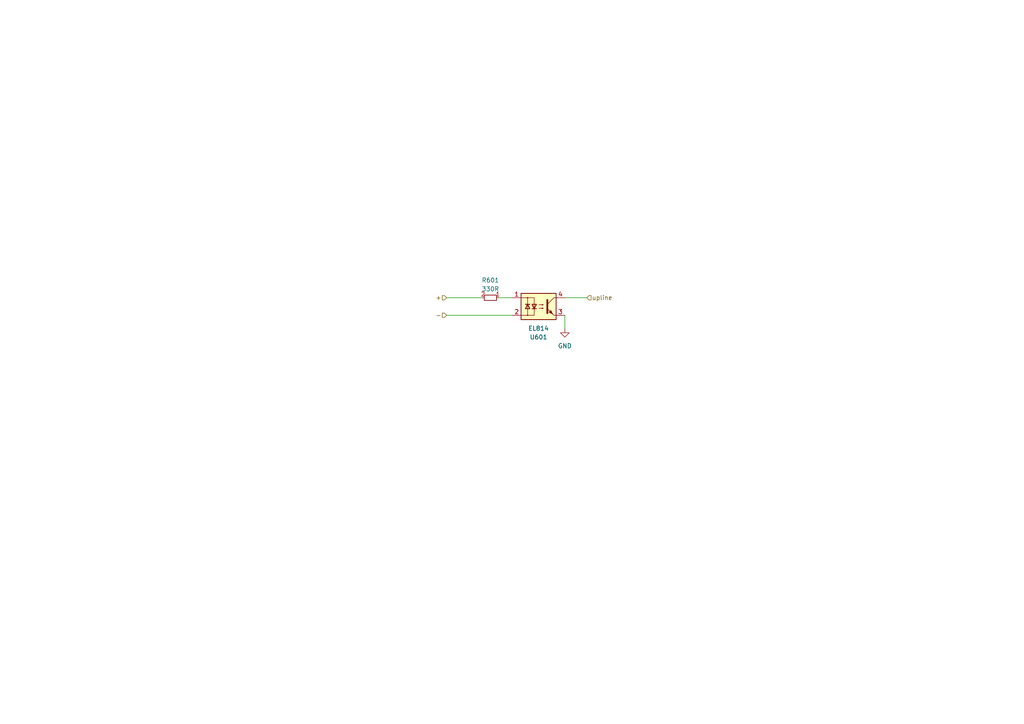
<source format=kicad_sch>
(kicad_sch (version 20230121) (generator eeschema)
  (paper "A4")
  (lib_symbols
    (symbol "custom_kicad_lib_sk:EL814S" (pin_names (offset 1.016))
      (property "Reference" "U" (at -5.334 4.826 0))
      (property "Value" "EL814" (at 0 5.08 0))
      (symbol "EL814S_0_1"
        (rectangle (start -5.08 3.81) (end 5.08 -3.81) (stroke (width 0.254)) (fill (type background)))
        (circle (center -3.175 -2.54) (radius 0.127))
        (circle (center -3.175 2.54) (radius 0.127))
        (polyline (pts (xy -3.81 0.635) (xy -2.54 0.635)) (stroke (width 0.254)))
        (polyline (pts (xy -3.175 -0.635) (xy -3.175 -2.54)))
        (polyline (pts (xy -3.175 0.635) (xy -3.175 -0.635)))
        (polyline (pts (xy -3.175 0.635) (xy -3.175 2.54)))
        (polyline (pts (xy -1.905 -0.635) (xy -0.635 -0.635)) (stroke (width 0.254)))
        (polyline (pts (xy -1.27 0.635) (xy -1.27 -0.635)))
        (polyline (pts (xy 2.54 0.635) (xy 4.445 2.54)))
        (polyline (pts (xy 4.445 -2.54) (xy 2.54 -0.635)) (fill (type outline)))
        (polyline (pts (xy 4.445 -2.54) (xy 5.08 -2.54)))
        (polyline (pts (xy 4.445 2.54) (xy 5.08 2.54)))
        (polyline (pts (xy -5.08 2.54) (xy -1.27 2.54) (xy -1.27 0.635)))
        (polyline (pts (xy -1.27 -0.635) (xy -1.27 -2.54) (xy -5.08 -2.54)))
        (polyline (pts (xy 2.54 1.905) (xy 2.54 -1.905) (xy 2.54 -1.905)) (stroke (width 0.508)))
        (polyline (pts (xy -3.175 0.635) (xy -3.81 -0.635) (xy -2.54 -0.635) (xy -3.175 0.635)) (stroke (width 0.254)))
        (polyline (pts (xy -1.27 -0.635) (xy -1.905 0.635) (xy -0.635 0.635) (xy -1.27 -0.635)) (stroke (width 0.254)))
        (polyline (pts (xy 0.127 -0.508) (xy 1.397 -0.508) (xy 1.016 -0.635) (xy 1.016 -0.381) (xy 1.397 -0.508)))
        (polyline (pts (xy 0.127 0.508) (xy 1.397 0.508) (xy 1.016 0.381) (xy 1.016 0.635) (xy 1.397 0.508)))
        (polyline (pts (xy 3.048 -1.651) (xy 3.556 -1.143) (xy 4.064 -2.159) (xy 3.048 -1.651) (xy 3.048 -1.651)) (fill (type outline)))
      )
      (symbol "EL814S_1_1"
        (pin passive line (at -7.62 2.54 0) (length 2.54) (name "~") (number "1"))
        (pin passive line (at -7.62 -2.54 0) (length 2.54) (name "~") (number "2"))
        (pin passive line (at 7.62 -2.54 180) (length 2.54) (name "~") (number "3"))
        (pin passive line (at 7.62 2.54 180) (length 2.54) (name "~") (number "4"))
      )
    )
    (symbol "power:GND" (power) (pin_names (offset 0))
      (property "Value" "GND" (at 0 -3.81 0))
      (symbol "GND_0_1"
        (polyline (pts (xy 0 0) (xy 0 -1.27) (xy 1.27 -1.27) (xy 0 -2.54) (xy -1.27 -1.27) (xy 0 -1.27)))
      )
      (symbol "GND_1_1"
        (pin power_in line (at 0 0 270) (length 0) hide (name "GND") (number "1"))
      )
    )
    (symbol "resistors_0603:R_330R_0603"
      (property "Reference" "R" (at 1.27 2.54 0))
      (property "Value" "330R" (at 2.54 -2.54 0))
      (symbol "R_330R_0603_0_1"
        (rectangle (start -0.762 1.778) (end 0.762 -1.778) (stroke (width 0.2032)))
      )
      (symbol "R_330R_0603_1_1"
        (pin passive line (at 0 2.54 270) (length 0.762) (name "~") (number "1"))
        (pin passive line (at 0 -2.54 90) (length 0.762) (name "~") (number "2"))
      )
    )
  )
  (wire (pts (xy 148.59 91.44) (xy 129.54 91.44)))
  (wire (pts (xy 163.83 91.44) (xy 163.83 95.25)))
  (wire (pts (xy 139.7 86.36) (xy 129.54 86.36)))
  (wire (pts (xy 148.59 86.36) (xy 144.78 86.36)))
  (wire (pts (xy 170.18 86.36) (xy 163.83 86.36)))
  (hierarchical_label "+" (shape input) (at 129.54 86.36 180))
  (hierarchical_label "-" (shape input) (at 129.54 91.44 180))
  (hierarchical_label "upline" (shape input) (at 170.18 86.36 0))
  (symbol (lib_id "power:GND") (at 163.83 95.25 0) (mirror y) (unit 1)
    (property "Reference" "#PWR0601" (effects hide))
    (property "Value" "GND" (at 163.83 100.33 0))
  )
  (symbol (lib_id "custom_kicad_lib_sk:EL814S") (at 156.21 88.9 0) (unit 1)
    (property "Reference" "U601" (at 156.21 97.79 0))
    (property "Value" "EL814" (at 156.21 95.25 0))
    (property "Footprint" "Package_DIP:SMDIP-4_W9.53mm" (effects hide))
    (property "Datasheet" "http://www.everlight.com/file/ProductFile/EL814.pdf" (effects hide))
    (property "JLCPCB Part#" "C500388" (effects hide))
  )
  (symbol (lib_id "resistors_0603:R_330R_0603") (at 142.24 86.36 270) (mirror x) (unit 1)
    (property "Reference" "R601" (at 142.24 81.28 90))
    (property "Value" "330R" (at 142.24 83.82 90))
    (property "Footprint" "custom_kicad_lib_sk:R_0603_smalltext" (effects hide))
    (property "JLCPCB Part#" "C23138" (effects hide))
  )
)
</source>
